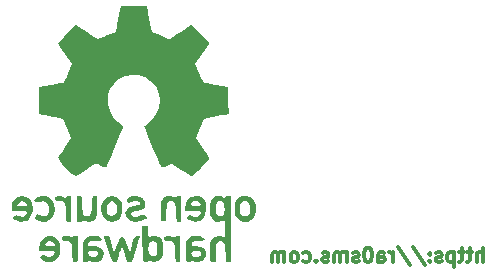
<source format=gbr>
%TF.GenerationSoftware,KiCad,Pcbnew,8.0.3*%
%TF.CreationDate,2024-08-26T20:28:07+08:00*%
%TF.ProjectId,bcd2civ,62636432-6369-4762-9e6b-696361645f70,rev?*%
%TF.SameCoordinates,Original*%
%TF.FileFunction,Legend,Bot*%
%TF.FilePolarity,Positive*%
%FSLAX46Y46*%
G04 Gerber Fmt 4.6, Leading zero omitted, Abs format (unit mm)*
G04 Created by KiCad (PCBNEW 8.0.3) date 2024-08-26 20:28:07*
%MOMM*%
%LPD*%
G01*
G04 APERTURE LIST*
%ADD10C,0.300000*%
%ADD11C,0.000000*%
G04 APERTURE END LIST*
D10*
X148516917Y-148337542D02*
X148516917Y-147137542D01*
X148002632Y-148337542D02*
X148002632Y-147708971D01*
X148002632Y-147708971D02*
X148059774Y-147594685D01*
X148059774Y-147594685D02*
X148174060Y-147537542D01*
X148174060Y-147537542D02*
X148345489Y-147537542D01*
X148345489Y-147537542D02*
X148459774Y-147594685D01*
X148459774Y-147594685D02*
X148516917Y-147651828D01*
X147602632Y-147537542D02*
X147145489Y-147537542D01*
X147431203Y-147137542D02*
X147431203Y-148166114D01*
X147431203Y-148166114D02*
X147374060Y-148280400D01*
X147374060Y-148280400D02*
X147259775Y-148337542D01*
X147259775Y-148337542D02*
X147145489Y-148337542D01*
X146916918Y-147537542D02*
X146459775Y-147537542D01*
X146745489Y-147137542D02*
X146745489Y-148166114D01*
X146745489Y-148166114D02*
X146688346Y-148280400D01*
X146688346Y-148280400D02*
X146574061Y-148337542D01*
X146574061Y-148337542D02*
X146459775Y-148337542D01*
X146059775Y-147537542D02*
X146059775Y-148737542D01*
X146059775Y-147594685D02*
X145945490Y-147537542D01*
X145945490Y-147537542D02*
X145716918Y-147537542D01*
X145716918Y-147537542D02*
X145602632Y-147594685D01*
X145602632Y-147594685D02*
X145545490Y-147651828D01*
X145545490Y-147651828D02*
X145488347Y-147766114D01*
X145488347Y-147766114D02*
X145488347Y-148108971D01*
X145488347Y-148108971D02*
X145545490Y-148223257D01*
X145545490Y-148223257D02*
X145602632Y-148280400D01*
X145602632Y-148280400D02*
X145716918Y-148337542D01*
X145716918Y-148337542D02*
X145945490Y-148337542D01*
X145945490Y-148337542D02*
X146059775Y-148280400D01*
X145031204Y-148280400D02*
X144916918Y-148337542D01*
X144916918Y-148337542D02*
X144688347Y-148337542D01*
X144688347Y-148337542D02*
X144574061Y-148280400D01*
X144574061Y-148280400D02*
X144516918Y-148166114D01*
X144516918Y-148166114D02*
X144516918Y-148108971D01*
X144516918Y-148108971D02*
X144574061Y-147994685D01*
X144574061Y-147994685D02*
X144688347Y-147937542D01*
X144688347Y-147937542D02*
X144859776Y-147937542D01*
X144859776Y-147937542D02*
X144974061Y-147880400D01*
X144974061Y-147880400D02*
X145031204Y-147766114D01*
X145031204Y-147766114D02*
X145031204Y-147708971D01*
X145031204Y-147708971D02*
X144974061Y-147594685D01*
X144974061Y-147594685D02*
X144859776Y-147537542D01*
X144859776Y-147537542D02*
X144688347Y-147537542D01*
X144688347Y-147537542D02*
X144574061Y-147594685D01*
X144002632Y-148223257D02*
X143945489Y-148280400D01*
X143945489Y-148280400D02*
X144002632Y-148337542D01*
X144002632Y-148337542D02*
X144059775Y-148280400D01*
X144059775Y-148280400D02*
X144002632Y-148223257D01*
X144002632Y-148223257D02*
X144002632Y-148337542D01*
X144002632Y-147594685D02*
X143945489Y-147651828D01*
X143945489Y-147651828D02*
X144002632Y-147708971D01*
X144002632Y-147708971D02*
X144059775Y-147651828D01*
X144059775Y-147651828D02*
X144002632Y-147594685D01*
X144002632Y-147594685D02*
X144002632Y-147708971D01*
X142574060Y-147080400D02*
X143602632Y-148623257D01*
X141316917Y-147080400D02*
X142345489Y-148623257D01*
X140916917Y-148337542D02*
X140916917Y-147537542D01*
X140916917Y-147766114D02*
X140859774Y-147651828D01*
X140859774Y-147651828D02*
X140802632Y-147594685D01*
X140802632Y-147594685D02*
X140688346Y-147537542D01*
X140688346Y-147537542D02*
X140574060Y-147537542D01*
X139659775Y-148337542D02*
X139659775Y-147708971D01*
X139659775Y-147708971D02*
X139716917Y-147594685D01*
X139716917Y-147594685D02*
X139831203Y-147537542D01*
X139831203Y-147537542D02*
X140059775Y-147537542D01*
X140059775Y-147537542D02*
X140174060Y-147594685D01*
X139659775Y-148280400D02*
X139774060Y-148337542D01*
X139774060Y-148337542D02*
X140059775Y-148337542D01*
X140059775Y-148337542D02*
X140174060Y-148280400D01*
X140174060Y-148280400D02*
X140231203Y-148166114D01*
X140231203Y-148166114D02*
X140231203Y-148051828D01*
X140231203Y-148051828D02*
X140174060Y-147937542D01*
X140174060Y-147937542D02*
X140059775Y-147880400D01*
X140059775Y-147880400D02*
X139774060Y-147880400D01*
X139774060Y-147880400D02*
X139659775Y-147823257D01*
X138859775Y-147137542D02*
X138745489Y-147137542D01*
X138745489Y-147137542D02*
X138631203Y-147194685D01*
X138631203Y-147194685D02*
X138574061Y-147251828D01*
X138574061Y-147251828D02*
X138516918Y-147366114D01*
X138516918Y-147366114D02*
X138459775Y-147594685D01*
X138459775Y-147594685D02*
X138459775Y-147880400D01*
X138459775Y-147880400D02*
X138516918Y-148108971D01*
X138516918Y-148108971D02*
X138574061Y-148223257D01*
X138574061Y-148223257D02*
X138631203Y-148280400D01*
X138631203Y-148280400D02*
X138745489Y-148337542D01*
X138745489Y-148337542D02*
X138859775Y-148337542D01*
X138859775Y-148337542D02*
X138974061Y-148280400D01*
X138974061Y-148280400D02*
X139031203Y-148223257D01*
X139031203Y-148223257D02*
X139088346Y-148108971D01*
X139088346Y-148108971D02*
X139145489Y-147880400D01*
X139145489Y-147880400D02*
X139145489Y-147594685D01*
X139145489Y-147594685D02*
X139088346Y-147366114D01*
X139088346Y-147366114D02*
X139031203Y-147251828D01*
X139031203Y-147251828D02*
X138974061Y-147194685D01*
X138974061Y-147194685D02*
X138859775Y-147137542D01*
X138002632Y-148280400D02*
X137888346Y-148337542D01*
X137888346Y-148337542D02*
X137659775Y-148337542D01*
X137659775Y-148337542D02*
X137545489Y-148280400D01*
X137545489Y-148280400D02*
X137488346Y-148166114D01*
X137488346Y-148166114D02*
X137488346Y-148108971D01*
X137488346Y-148108971D02*
X137545489Y-147994685D01*
X137545489Y-147994685D02*
X137659775Y-147937542D01*
X137659775Y-147937542D02*
X137831204Y-147937542D01*
X137831204Y-147937542D02*
X137945489Y-147880400D01*
X137945489Y-147880400D02*
X138002632Y-147766114D01*
X138002632Y-147766114D02*
X138002632Y-147708971D01*
X138002632Y-147708971D02*
X137945489Y-147594685D01*
X137945489Y-147594685D02*
X137831204Y-147537542D01*
X137831204Y-147537542D02*
X137659775Y-147537542D01*
X137659775Y-147537542D02*
X137545489Y-147594685D01*
X136974060Y-148337542D02*
X136974060Y-147537542D01*
X136974060Y-147651828D02*
X136916917Y-147594685D01*
X136916917Y-147594685D02*
X136802632Y-147537542D01*
X136802632Y-147537542D02*
X136631203Y-147537542D01*
X136631203Y-147537542D02*
X136516917Y-147594685D01*
X136516917Y-147594685D02*
X136459775Y-147708971D01*
X136459775Y-147708971D02*
X136459775Y-148337542D01*
X136459775Y-147708971D02*
X136402632Y-147594685D01*
X136402632Y-147594685D02*
X136288346Y-147537542D01*
X136288346Y-147537542D02*
X136116917Y-147537542D01*
X136116917Y-147537542D02*
X136002632Y-147594685D01*
X136002632Y-147594685D02*
X135945489Y-147708971D01*
X135945489Y-147708971D02*
X135945489Y-148337542D01*
X135431203Y-148280400D02*
X135316917Y-148337542D01*
X135316917Y-148337542D02*
X135088346Y-148337542D01*
X135088346Y-148337542D02*
X134974060Y-148280400D01*
X134974060Y-148280400D02*
X134916917Y-148166114D01*
X134916917Y-148166114D02*
X134916917Y-148108971D01*
X134916917Y-148108971D02*
X134974060Y-147994685D01*
X134974060Y-147994685D02*
X135088346Y-147937542D01*
X135088346Y-147937542D02*
X135259775Y-147937542D01*
X135259775Y-147937542D02*
X135374060Y-147880400D01*
X135374060Y-147880400D02*
X135431203Y-147766114D01*
X135431203Y-147766114D02*
X135431203Y-147708971D01*
X135431203Y-147708971D02*
X135374060Y-147594685D01*
X135374060Y-147594685D02*
X135259775Y-147537542D01*
X135259775Y-147537542D02*
X135088346Y-147537542D01*
X135088346Y-147537542D02*
X134974060Y-147594685D01*
X134402631Y-148223257D02*
X134345488Y-148280400D01*
X134345488Y-148280400D02*
X134402631Y-148337542D01*
X134402631Y-148337542D02*
X134459774Y-148280400D01*
X134459774Y-148280400D02*
X134402631Y-148223257D01*
X134402631Y-148223257D02*
X134402631Y-148337542D01*
X133316917Y-148280400D02*
X133431202Y-148337542D01*
X133431202Y-148337542D02*
X133659774Y-148337542D01*
X133659774Y-148337542D02*
X133774059Y-148280400D01*
X133774059Y-148280400D02*
X133831202Y-148223257D01*
X133831202Y-148223257D02*
X133888345Y-148108971D01*
X133888345Y-148108971D02*
X133888345Y-147766114D01*
X133888345Y-147766114D02*
X133831202Y-147651828D01*
X133831202Y-147651828D02*
X133774059Y-147594685D01*
X133774059Y-147594685D02*
X133659774Y-147537542D01*
X133659774Y-147537542D02*
X133431202Y-147537542D01*
X133431202Y-147537542D02*
X133316917Y-147594685D01*
X132631203Y-148337542D02*
X132745488Y-148280400D01*
X132745488Y-148280400D02*
X132802631Y-148223257D01*
X132802631Y-148223257D02*
X132859774Y-148108971D01*
X132859774Y-148108971D02*
X132859774Y-147766114D01*
X132859774Y-147766114D02*
X132802631Y-147651828D01*
X132802631Y-147651828D02*
X132745488Y-147594685D01*
X132745488Y-147594685D02*
X132631203Y-147537542D01*
X132631203Y-147537542D02*
X132459774Y-147537542D01*
X132459774Y-147537542D02*
X132345488Y-147594685D01*
X132345488Y-147594685D02*
X132288346Y-147651828D01*
X132288346Y-147651828D02*
X132231203Y-147766114D01*
X132231203Y-147766114D02*
X132231203Y-148108971D01*
X132231203Y-148108971D02*
X132288346Y-148223257D01*
X132288346Y-148223257D02*
X132345488Y-148280400D01*
X132345488Y-148280400D02*
X132459774Y-148337542D01*
X132459774Y-148337542D02*
X132631203Y-148337542D01*
X131716917Y-148337542D02*
X131716917Y-147537542D01*
X131716917Y-147651828D02*
X131659774Y-147594685D01*
X131659774Y-147594685D02*
X131545489Y-147537542D01*
X131545489Y-147537542D02*
X131374060Y-147537542D01*
X131374060Y-147537542D02*
X131259774Y-147594685D01*
X131259774Y-147594685D02*
X131202632Y-147708971D01*
X131202632Y-147708971D02*
X131202632Y-148337542D01*
X131202632Y-147708971D02*
X131145489Y-147594685D01*
X131145489Y-147594685D02*
X131031203Y-147537542D01*
X131031203Y-147537542D02*
X130859774Y-147537542D01*
X130859774Y-147537542D02*
X130745489Y-147594685D01*
X130745489Y-147594685D02*
X130688346Y-147708971D01*
X130688346Y-147708971D02*
X130688346Y-148337542D01*
D11*
%TO.C,G\u002A\u002A\u002A*%
G36*
X127155184Y-145543333D02*
G01*
X127155184Y-148337333D01*
X126942809Y-148337333D01*
X126860659Y-148334182D01*
X126786584Y-148302092D01*
X126747596Y-148205956D01*
X126732271Y-148010679D01*
X126729182Y-147681167D01*
X126712949Y-147283368D01*
X126644580Y-146905006D01*
X126519800Y-146672229D01*
X126335385Y-146575994D01*
X126209852Y-146571765D01*
X126053381Y-146640802D01*
X125951992Y-146820592D01*
X125897303Y-147129779D01*
X125880936Y-147587005D01*
X125880936Y-148348581D01*
X125647324Y-148321790D01*
X125413712Y-148295000D01*
X125413712Y-147433750D01*
X125413713Y-147422621D01*
X125417024Y-147029442D01*
X125431775Y-146765322D01*
X125465465Y-146590955D01*
X125525593Y-146467033D01*
X125619657Y-146354250D01*
X125795965Y-146226537D01*
X126068779Y-146140309D01*
X126340084Y-146141205D01*
X126543545Y-146237600D01*
X126569582Y-146262638D01*
X126620205Y-146292880D01*
X126652210Y-146254989D01*
X126670252Y-146123667D01*
X126678988Y-145873612D01*
X126683076Y-145479524D01*
X126683459Y-145410186D01*
X126679637Y-145091108D01*
X126661484Y-144907912D01*
X126623588Y-144832139D01*
X126560535Y-144835332D01*
X126396897Y-144892528D01*
X126046048Y-144927407D01*
X125756687Y-144833526D01*
X125585755Y-144647889D01*
X125456088Y-144335240D01*
X125393401Y-143959105D01*
X125393937Y-143930925D01*
X125885408Y-143930925D01*
X125915625Y-144184557D01*
X125982876Y-144341067D01*
X126036576Y-144378148D01*
X126228878Y-144432719D01*
X126442866Y-144437639D01*
X126588851Y-144386222D01*
X126608225Y-144352483D01*
X126639069Y-144175927D01*
X126645512Y-143918205D01*
X126630065Y-143640939D01*
X126595239Y-143405752D01*
X126543545Y-143274267D01*
X126532222Y-143263567D01*
X126336501Y-143179128D01*
X126122087Y-143206298D01*
X125968875Y-143336434D01*
X125939883Y-143405683D01*
X125893176Y-143648518D01*
X125885408Y-143930925D01*
X125393937Y-143930925D01*
X125400817Y-143569294D01*
X125481459Y-143215616D01*
X125638451Y-142947883D01*
X125687680Y-142903886D01*
X125901934Y-142796330D01*
X126154405Y-142745013D01*
X126382251Y-142757506D01*
X126522635Y-142841377D01*
X126569522Y-142887632D01*
X126672063Y-142841377D01*
X126764974Y-142786861D01*
X126959799Y-142749333D01*
X127155184Y-142749333D01*
X127155184Y-143918205D01*
X127155184Y-145543333D01*
G37*
G36*
X125080607Y-147849486D02*
G01*
X124907874Y-148129515D01*
X124697202Y-148263947D01*
X124416822Y-148336275D01*
X124143395Y-148329338D01*
X123944080Y-148235733D01*
X123866926Y-148177772D01*
X123842140Y-148241357D01*
X123790648Y-148308932D01*
X123608528Y-148321790D01*
X123508152Y-148306158D01*
X123430526Y-148262167D01*
X123386848Y-148156700D01*
X123363841Y-147953840D01*
X123348226Y-147617667D01*
X123348263Y-147608608D01*
X123842140Y-147608608D01*
X123872030Y-147747078D01*
X123976513Y-147862608D01*
X124056421Y-147888199D01*
X124315355Y-147908359D01*
X124529919Y-147842898D01*
X124658962Y-147711557D01*
X124661334Y-147534078D01*
X124649981Y-147511876D01*
X124511450Y-147431654D01*
X124227081Y-147406000D01*
X124131710Y-147406702D01*
X123940750Y-147424330D01*
X123859271Y-147483714D01*
X123842140Y-147608608D01*
X123348263Y-147608608D01*
X123350449Y-147076536D01*
X123410087Y-146666554D01*
X123531383Y-146390394D01*
X123717930Y-146234612D01*
X123922074Y-146171175D01*
X124263517Y-146139750D01*
X124598012Y-146174477D01*
X124849795Y-146272798D01*
X124873665Y-146290112D01*
X124980852Y-146419348D01*
X124927842Y-146517494D01*
X124721528Y-146579838D01*
X124368802Y-146601667D01*
X124158915Y-146604590D01*
X123976098Y-146626521D01*
X123889911Y-146683722D01*
X123857469Y-146792167D01*
X123854923Y-146901400D01*
X123925759Y-146967716D01*
X124120880Y-146982667D01*
X124242643Y-146987381D01*
X124586302Y-147049726D01*
X124867619Y-147168824D01*
X125033231Y-147324673D01*
X125104236Y-147531662D01*
X125104056Y-147534078D01*
X125080607Y-147849486D01*
G37*
G36*
X122907692Y-147236667D02*
G01*
X122907692Y-148337333D01*
X122695317Y-148337333D01*
X122598604Y-148332007D01*
X122532561Y-148293234D01*
X122498133Y-148187040D01*
X122485025Y-147979454D01*
X122482943Y-147636505D01*
X122477041Y-147359883D01*
X122432106Y-146965223D01*
X122337385Y-146714300D01*
X122186235Y-146593500D01*
X121972016Y-146589211D01*
X121874030Y-146596349D01*
X121685802Y-146548668D01*
X121543415Y-146446513D01*
X121485797Y-146324387D01*
X121551873Y-146216794D01*
X121552727Y-146216258D01*
X121780454Y-146147836D01*
X122067182Y-146150579D01*
X122318628Y-146223645D01*
X122430941Y-146268045D01*
X122482943Y-146223645D01*
X122535687Y-146165994D01*
X122695317Y-146136000D01*
X122907692Y-146136000D01*
X122907692Y-147236667D01*
G37*
G36*
X121457508Y-147571841D02*
G01*
X121426012Y-147783708D01*
X121351193Y-147937033D01*
X121215230Y-148089846D01*
X120991995Y-148256997D01*
X120675882Y-148336057D01*
X120353612Y-148249688D01*
X120236384Y-148204725D01*
X120189297Y-148255311D01*
X120125209Y-148312357D01*
X119955685Y-148321790D01*
X119722073Y-148295000D01*
X119706069Y-147258152D01*
X120206448Y-147258152D01*
X120231475Y-147461633D01*
X120337667Y-147730624D01*
X120516655Y-147853358D01*
X120762709Y-147824008D01*
X120777463Y-147818026D01*
X120916555Y-147698512D01*
X120963249Y-147472228D01*
X120957731Y-147047929D01*
X120901810Y-146764200D01*
X120788183Y-146607478D01*
X120609713Y-146559333D01*
X120562023Y-146561646D01*
X120349510Y-146658063D01*
X120229916Y-146892084D01*
X120206448Y-147258152D01*
X119706069Y-147258152D01*
X119698876Y-146792167D01*
X119675678Y-145289333D01*
X119932488Y-145289333D01*
X120189297Y-145289333D01*
X120189297Y-145800312D01*
X120189297Y-145801871D01*
X120193346Y-146080738D01*
X120213770Y-146222576D01*
X120263036Y-146259505D01*
X120353612Y-146223645D01*
X120467321Y-146178212D01*
X120779037Y-146138233D01*
X121077465Y-146188593D01*
X121165519Y-146239814D01*
X121326011Y-146462744D01*
X121427892Y-146817094D01*
X121463545Y-147281308D01*
X121459578Y-147472228D01*
X121457508Y-147571841D01*
G37*
G36*
X119338796Y-146137407D02*
G01*
X119472996Y-146171687D01*
X119477916Y-146265761D01*
X119435897Y-146387978D01*
X119354104Y-146637680D01*
X119245187Y-146976169D01*
X119121147Y-147366428D01*
X119073509Y-147516370D01*
X118952147Y-147882681D01*
X118859676Y-148121396D01*
X118782346Y-148259052D01*
X118706410Y-148322186D01*
X118618119Y-148337333D01*
X118611498Y-148337290D01*
X118505766Y-148314361D01*
X118422233Y-148226621D01*
X118340365Y-148040768D01*
X118239626Y-147723500D01*
X118228148Y-147684913D01*
X118134168Y-147373752D01*
X118055963Y-147122577D01*
X118009466Y-146982667D01*
X117990542Y-146974588D01*
X117929704Y-147072240D01*
X117844535Y-147289057D01*
X117747228Y-147596500D01*
X117682541Y-147815614D01*
X117591336Y-148089822D01*
X117514582Y-148247753D01*
X117435292Y-148320044D01*
X117336478Y-148337333D01*
X117285632Y-148333135D01*
X117207755Y-148295161D01*
X117132829Y-148196475D01*
X117047859Y-148011722D01*
X116939845Y-147715550D01*
X116795792Y-147282605D01*
X116770646Y-147205447D01*
X116645797Y-146818477D01*
X116544424Y-146497907D01*
X116476376Y-146275231D01*
X116451505Y-146181939D01*
X116517420Y-146150241D01*
X116688735Y-146136000D01*
X116751927Y-146137906D01*
X116875668Y-146175746D01*
X116957033Y-146294964D01*
X117032434Y-146538167D01*
X117058363Y-146635678D01*
X117150325Y-146977048D01*
X117233127Y-147279000D01*
X117327351Y-147617667D01*
X117551233Y-146898000D01*
X117668040Y-146545235D01*
X117765125Y-146317763D01*
X117855158Y-146196690D01*
X117954139Y-146152410D01*
X118002598Y-146149795D01*
X118086019Y-146184605D01*
X118165457Y-146296584D01*
X118257946Y-146514239D01*
X118380517Y-146866080D01*
X118627872Y-147605672D01*
X118826010Y-146870836D01*
X118829930Y-146856302D01*
X118925463Y-146512800D01*
X118998503Y-146300591D01*
X119068385Y-146188103D01*
X119154443Y-146143764D01*
X119276012Y-146136000D01*
X119338796Y-146137407D01*
G37*
G36*
X116375643Y-147892132D02*
G01*
X116248429Y-148096177D01*
X116084421Y-148236687D01*
X115869661Y-148305900D01*
X115539031Y-148324115D01*
X115256622Y-148249688D01*
X115144309Y-148205288D01*
X115092307Y-148249688D01*
X115039564Y-148307339D01*
X114879933Y-148337333D01*
X114667558Y-148337333D01*
X114667558Y-147556887D01*
X115102854Y-147556887D01*
X115180246Y-147750233D01*
X115252363Y-147832082D01*
X115455325Y-147907687D01*
X115693390Y-147890580D01*
X115896195Y-147778030D01*
X115974322Y-147658159D01*
X115939249Y-147527377D01*
X115763798Y-147438671D01*
X115464180Y-147406000D01*
X115328719Y-147409641D01*
X115146053Y-147450984D01*
X115102854Y-147556887D01*
X114667558Y-147556887D01*
X114667558Y-147444485D01*
X114667630Y-147350235D01*
X114671798Y-146976819D01*
X114687568Y-146727256D01*
X114722098Y-146563760D01*
X114782546Y-146448543D01*
X114876071Y-146343818D01*
X115036005Y-146217530D01*
X115235284Y-146153771D01*
X115534433Y-146138693D01*
X115564500Y-146139054D01*
X115902791Y-146173571D01*
X116135979Y-146255180D01*
X116242585Y-146371869D01*
X116201132Y-146511623D01*
X116158846Y-146551610D01*
X115997073Y-146603462D01*
X115722487Y-146587590D01*
X115691043Y-146583607D01*
X115371581Y-146589178D01*
X115165418Y-146686229D01*
X115092307Y-146866033D01*
X115096246Y-146890605D01*
X115199529Y-146960769D01*
X115453344Y-146983915D01*
X115753680Y-147013130D01*
X116091577Y-147136180D01*
X116321399Y-147337019D01*
X116422852Y-147595663D01*
X116412900Y-147658159D01*
X116375643Y-147892132D01*
G37*
G36*
X114242809Y-147180222D02*
G01*
X114242794Y-147203326D01*
X114237681Y-147605816D01*
X114224678Y-147943363D01*
X114205683Y-148181175D01*
X114182592Y-148284460D01*
X114117780Y-148314074D01*
X113948980Y-148319738D01*
X113882728Y-148302513D01*
X113823600Y-148244273D01*
X113787332Y-148115177D01*
X113765874Y-147882401D01*
X113751177Y-147513121D01*
X113744923Y-147335163D01*
X113725580Y-147018278D01*
X113693709Y-146820755D01*
X113641661Y-146707455D01*
X113561783Y-146643238D01*
X113430258Y-146601120D01*
X113203917Y-146602890D01*
X113049384Y-146605345D01*
X112901971Y-146474495D01*
X112844226Y-146344028D01*
X112843272Y-146217223D01*
X112871515Y-146190982D01*
X113033360Y-146146206D01*
X113261879Y-146140290D01*
X113485131Y-146171375D01*
X113631170Y-146237600D01*
X113708036Y-146296504D01*
X113733110Y-146237600D01*
X113733112Y-146237179D01*
X113807785Y-146165497D01*
X113987960Y-146136000D01*
X114242809Y-146136000D01*
X114242809Y-147180222D01*
G37*
G36*
X112749911Y-147281165D02*
G01*
X112681577Y-147672868D01*
X112526371Y-147998002D01*
X112298473Y-148210364D01*
X112263541Y-148228298D01*
X111907328Y-148325776D01*
X111541077Y-148300741D01*
X111231808Y-148156572D01*
X111100947Y-148043564D01*
X111058528Y-147948881D01*
X111126072Y-147851396D01*
X111204950Y-147789835D01*
X111335619Y-147772872D01*
X111550384Y-147834913D01*
X111724320Y-147888446D01*
X111894170Y-147888567D01*
X112069414Y-147799471D01*
X112223652Y-147662477D01*
X112288963Y-147531048D01*
X112266657Y-147476054D01*
X112164104Y-147433575D01*
X111950997Y-147412003D01*
X111597818Y-147406000D01*
X110906672Y-147406000D01*
X110959939Y-147003833D01*
X110990450Y-146872600D01*
X111439465Y-146872600D01*
X111450525Y-146906831D01*
X111580049Y-146964199D01*
X111864214Y-146982667D01*
X112121336Y-146977599D01*
X112252279Y-146947362D01*
X112269298Y-146869884D01*
X112201024Y-146723100D01*
X112097839Y-146615542D01*
X111898507Y-146558702D01*
X111682909Y-146590338D01*
X111510182Y-146698840D01*
X111439465Y-146872600D01*
X110990450Y-146872600D01*
X111014328Y-146769895D01*
X111189896Y-146453666D01*
X111442072Y-146242356D01*
X111738347Y-146138708D01*
X112046210Y-146145470D01*
X112333150Y-146265386D01*
X112566658Y-146501203D01*
X112714224Y-146855667D01*
X112717194Y-146869095D01*
X112717257Y-146869884D01*
X112749911Y-147281165D01*
G37*
G36*
X129278929Y-143809620D02*
G01*
X129278885Y-143851708D01*
X129270338Y-144148648D01*
X129232867Y-144342906D01*
X129146209Y-144494338D01*
X128990100Y-144662800D01*
X128856293Y-144785519D01*
X128636102Y-144915153D01*
X128386956Y-144950667D01*
X128243151Y-144940888D01*
X128018791Y-144858347D01*
X127783812Y-144662800D01*
X127678136Y-144552749D01*
X127558280Y-144382758D01*
X127506281Y-144188054D01*
X127496223Y-143928572D01*
X127944399Y-143928572D01*
X127995713Y-144209833D01*
X128046964Y-144318348D01*
X128167548Y-144418263D01*
X128386956Y-144442667D01*
X128516886Y-144436816D01*
X128678176Y-144377832D01*
X128771333Y-144225488D01*
X128827351Y-144033114D01*
X128839182Y-143666185D01*
X128721939Y-143360839D01*
X128700393Y-143332827D01*
X128505499Y-143200967D01*
X128281122Y-143184882D01*
X128095923Y-143292112D01*
X128055284Y-143352128D01*
X127967286Y-143614926D01*
X127944399Y-143928572D01*
X127496223Y-143928572D01*
X127494983Y-143896595D01*
X127496364Y-143814142D01*
X127557449Y-143377636D01*
X127700807Y-143042158D01*
X127915027Y-142836510D01*
X127948820Y-142821347D01*
X128164459Y-142770045D01*
X128430381Y-142749333D01*
X128542466Y-142753030D01*
X128800345Y-142818437D01*
X129030615Y-142996820D01*
X129158743Y-143138848D01*
X129237245Y-143289350D01*
X129271441Y-143493741D01*
X129275529Y-143666185D01*
X129278929Y-143809620D01*
G37*
G36*
X125084098Y-143457796D02*
G01*
X125099185Y-143945069D01*
X125097586Y-143965991D01*
X125015383Y-144390774D01*
X124841204Y-144686070D01*
X124564214Y-144870626D01*
X124500576Y-144894126D01*
X124128010Y-144937338D01*
X123711987Y-144827987D01*
X123656300Y-144803960D01*
X123466263Y-144689617D01*
X123433019Y-144575738D01*
X123547331Y-144440586D01*
X123551239Y-144437386D01*
X123697008Y-144376133D01*
X123891128Y-144430219D01*
X124119326Y-144510849D01*
X124328089Y-144497814D01*
X124521739Y-144358000D01*
X124628465Y-144240028D01*
X124675476Y-144128429D01*
X124598473Y-144061134D01*
X124382359Y-144028112D01*
X124012040Y-144019333D01*
X123332441Y-144019333D01*
X123332441Y-143717434D01*
X123365300Y-143485933D01*
X123842140Y-143485933D01*
X123853201Y-143520165D01*
X123982724Y-143577533D01*
X124266889Y-143596000D01*
X124496611Y-143587484D01*
X124655850Y-143545079D01*
X124665609Y-143457159D01*
X124536287Y-143312789D01*
X124519020Y-143297895D01*
X124301380Y-143193172D01*
X124081134Y-143198306D01*
X123910610Y-143300244D01*
X123842140Y-143485933D01*
X123365300Y-143485933D01*
X123382996Y-143361258D01*
X123557341Y-143037265D01*
X123838644Y-142827249D01*
X124208762Y-142751216D01*
X124370589Y-142759108D01*
X124720649Y-142865954D01*
X124958202Y-143098470D01*
X125083875Y-143457159D01*
X125084098Y-143457796D01*
G37*
G36*
X122403578Y-142836979D02*
G01*
X122515891Y-142881379D01*
X122567893Y-142836979D01*
X122620637Y-142779328D01*
X122780267Y-142749333D01*
X122992642Y-142749333D01*
X122992642Y-143850000D01*
X122992642Y-144950667D01*
X122780267Y-144950667D01*
X122683553Y-144945340D01*
X122617511Y-144906568D01*
X122583082Y-144800373D01*
X122569974Y-144592787D01*
X122567893Y-144249839D01*
X122547824Y-143805999D01*
X122474996Y-143448978D01*
X122346447Y-143240593D01*
X122159564Y-143173963D01*
X122005649Y-143191467D01*
X121880749Y-143267245D01*
X121799845Y-143429075D01*
X121750029Y-143704691D01*
X121718394Y-144121824D01*
X121714211Y-144198858D01*
X121692834Y-144539605D01*
X121667448Y-144748925D01*
X121627684Y-144858819D01*
X121563173Y-144901288D01*
X121463545Y-144908333D01*
X121251170Y-144908333D01*
X121251170Y-144047287D01*
X121251171Y-144036780D01*
X121254476Y-143643438D01*
X121269221Y-143379191D01*
X121302908Y-143204716D01*
X121363039Y-143080689D01*
X121457115Y-142967787D01*
X121472507Y-142952058D01*
X121747883Y-142788454D01*
X122080091Y-142747074D01*
X122403578Y-142836979D01*
G37*
G36*
X119493240Y-142801822D02*
G01*
X119737836Y-142933425D01*
X119780089Y-142978919D01*
X119902624Y-143222059D01*
X119936783Y-143499456D01*
X119869435Y-143731492D01*
X119743641Y-143849645D01*
X119493717Y-143970560D01*
X119224907Y-144019333D01*
X119044694Y-144030750D01*
X118820422Y-144112927D01*
X118745150Y-144273333D01*
X118813145Y-144435533D01*
X118994364Y-144514751D01*
X119251360Y-144503725D01*
X119546682Y-144396691D01*
X119713515Y-144321183D01*
X119834668Y-144327365D01*
X119966103Y-144436586D01*
X120136165Y-144606081D01*
X119759219Y-144781180D01*
X119473603Y-144883698D01*
X119064677Y-144929443D01*
X118703852Y-144853009D01*
X118429391Y-144657941D01*
X118279609Y-144423930D01*
X118237711Y-144147185D01*
X118347356Y-143905626D01*
X118598353Y-143718709D01*
X118980510Y-143605888D01*
X119275203Y-143552877D01*
X119444851Y-143495515D01*
X119503366Y-143418309D01*
X119480385Y-143303318D01*
X119404293Y-143226933D01*
X119208168Y-143177175D01*
X118961011Y-143189913D01*
X118725053Y-143268053D01*
X118697115Y-143282404D01*
X118549579Y-143312342D01*
X118429421Y-143204553D01*
X118380829Y-143130258D01*
X118373707Y-143021077D01*
X118495820Y-142897500D01*
X118546130Y-142862334D01*
X118826588Y-142764229D01*
X119165891Y-142744741D01*
X119493240Y-142801822D01*
G37*
G36*
X117963239Y-144211264D02*
G01*
X117900714Y-144486524D01*
X117776720Y-144676908D01*
X117574954Y-144823273D01*
X117441018Y-144878787D01*
X117116416Y-144919156D01*
X116786405Y-144868094D01*
X116529128Y-144732391D01*
X116499449Y-144703823D01*
X116317241Y-144411214D01*
X116226556Y-144036903D01*
X116226995Y-143914230D01*
X116706872Y-143914230D01*
X116734275Y-144173877D01*
X116808294Y-144341067D01*
X116879585Y-144392577D01*
X117095390Y-144442559D01*
X117317987Y-144402170D01*
X117467914Y-144278899D01*
X117539565Y-144100239D01*
X117570645Y-143814449D01*
X117517377Y-143550855D01*
X117398713Y-143338820D01*
X117233602Y-143207709D01*
X117040997Y-143186886D01*
X116839847Y-143305714D01*
X116783408Y-143396605D01*
X116723958Y-143631887D01*
X116706872Y-143914230D01*
X116226995Y-143914230D01*
X116227993Y-143635363D01*
X116322155Y-143261064D01*
X116509644Y-142968479D01*
X116743819Y-142808004D01*
X117081905Y-142734623D01*
X117427871Y-142797943D01*
X117732287Y-142996820D01*
X117858922Y-143136891D01*
X117938355Y-143287575D01*
X117972998Y-143491554D01*
X117980602Y-143806720D01*
X117980601Y-143810272D01*
X117980420Y-143814449D01*
X117963239Y-144211264D01*
G37*
G36*
X114461508Y-142753716D02*
G01*
X114530541Y-142789781D01*
X114566601Y-142891949D01*
X114580390Y-143094630D01*
X114582608Y-143432233D01*
X114588631Y-143754624D01*
X114623290Y-144092150D01*
X114697810Y-144303107D01*
X114822422Y-144411833D01*
X115007358Y-144442667D01*
X115142879Y-144428339D01*
X115284763Y-144345889D01*
X115373441Y-144168613D01*
X115419145Y-143872174D01*
X115432107Y-143432233D01*
X115433470Y-143138738D01*
X115444686Y-142916760D01*
X115476459Y-142800805D01*
X115539490Y-142756466D01*
X115644481Y-142749333D01*
X115856856Y-142749333D01*
X115854154Y-143617167D01*
X115853887Y-143677893D01*
X115843516Y-144103262D01*
X115811080Y-144398353D01*
X115745899Y-144597810D01*
X115637293Y-144736279D01*
X115474582Y-144848405D01*
X115444996Y-144864578D01*
X115133121Y-144943425D01*
X114814696Y-144853859D01*
X114667167Y-144799394D01*
X114600827Y-144853859D01*
X114533098Y-144915410D01*
X114363155Y-144950667D01*
X114157859Y-144950667D01*
X114157859Y-143850000D01*
X114157859Y-142749333D01*
X114370234Y-142749333D01*
X114461508Y-142753716D01*
G37*
G36*
X113648160Y-143850000D02*
G01*
X113648160Y-144950667D01*
X113435786Y-144950667D01*
X113419721Y-144950641D01*
X113324541Y-144941832D01*
X113266510Y-144894549D01*
X113236439Y-144776079D01*
X113225136Y-144553705D01*
X113223411Y-144194714D01*
X113211787Y-143788300D01*
X113164241Y-143465772D01*
X113070359Y-143273912D01*
X112919926Y-143193293D01*
X112702727Y-143204490D01*
X112694445Y-143206105D01*
X112485420Y-143201513D01*
X112335667Y-143068325D01*
X112318626Y-143043535D01*
X112255145Y-142902448D01*
X112311509Y-142818320D01*
X112330547Y-142807519D01*
X112550296Y-142756379D01*
X112823801Y-142766964D01*
X113059096Y-142836979D01*
X113171410Y-142881379D01*
X113223411Y-142836979D01*
X113276155Y-142779328D01*
X113435786Y-142749333D01*
X113648160Y-142749333D01*
X113648160Y-143850000D01*
G37*
G36*
X111551138Y-142767271D02*
G01*
X111854285Y-142887398D01*
X111882749Y-142908713D01*
X112087973Y-143156572D01*
X112233603Y-143494995D01*
X112288963Y-143855652D01*
X112282154Y-143968265D01*
X112189375Y-144314297D01*
X112013991Y-144620864D01*
X111789333Y-144823405D01*
X111550927Y-144914916D01*
X111158716Y-144925233D01*
X110768588Y-144774675D01*
X110479986Y-144599317D01*
X110661457Y-144418451D01*
X110711871Y-144370503D01*
X110842832Y-144292882D01*
X110945812Y-144340126D01*
X111031558Y-144393080D01*
X111257214Y-144437946D01*
X111501978Y-144420646D01*
X111677324Y-144341067D01*
X111703522Y-144302203D01*
X111757698Y-144114573D01*
X111779264Y-143860900D01*
X111776430Y-143769884D01*
X111701408Y-143441558D01*
X111537127Y-143238305D01*
X111300674Y-143173449D01*
X111009131Y-143260312D01*
X110881263Y-143302432D01*
X110658695Y-143248681D01*
X110472574Y-143149404D01*
X110705907Y-142949369D01*
X110859272Y-142850666D01*
X111195001Y-142756347D01*
X111551138Y-142767271D01*
G37*
G36*
X110413722Y-143637576D02*
G01*
X110401477Y-144025255D01*
X110300851Y-144389777D01*
X110125379Y-144684694D01*
X109888593Y-144863559D01*
X109782604Y-144899546D01*
X109368575Y-144935921D01*
X108971701Y-144821492D01*
X108957641Y-144814188D01*
X108769572Y-144688747D01*
X108736299Y-144574559D01*
X108848418Y-144442730D01*
X108890938Y-144411891D01*
X109027855Y-144381381D01*
X109234520Y-144444215D01*
X109293181Y-144465650D01*
X109574938Y-144492622D01*
X109803325Y-144397322D01*
X109933101Y-144195835D01*
X109945643Y-144135364D01*
X109928444Y-144070985D01*
X109837837Y-144036239D01*
X109641664Y-144022047D01*
X109307766Y-144019333D01*
X108636120Y-144019333D01*
X108636120Y-143631820D01*
X108641728Y-143523562D01*
X109098829Y-143523562D01*
X109122451Y-143574450D01*
X109255452Y-143593273D01*
X109528093Y-143596000D01*
X109577123Y-143595991D01*
X109827787Y-143591930D01*
X109943169Y-143569472D01*
X109953530Y-143512651D01*
X109889130Y-143405500D01*
X109778335Y-143291864D01*
X109528093Y-143215000D01*
X109369412Y-143243552D01*
X109167057Y-143405500D01*
X109154327Y-143424644D01*
X109098829Y-143523562D01*
X108641728Y-143523562D01*
X108646813Y-143425413D01*
X108717575Y-143202162D01*
X108884435Y-142996820D01*
X109179323Y-142799902D01*
X109520217Y-142735352D01*
X109854843Y-142805380D01*
X110141959Y-143001021D01*
X110340321Y-143313309D01*
X110385444Y-143512651D01*
X110413722Y-143637576D01*
G37*
G36*
X120272074Y-127783986D02*
G01*
X120482275Y-128862971D01*
X121193776Y-129159819D01*
X121348517Y-129223608D01*
X121650001Y-129343089D01*
X121875211Y-129425773D01*
X121984221Y-129456667D01*
X121988884Y-129456001D01*
X122099587Y-129400193D01*
X122316742Y-129267614D01*
X122611180Y-129076645D01*
X122953732Y-128845670D01*
X123844302Y-128234674D01*
X124607769Y-128992072D01*
X124643080Y-129027178D01*
X124927160Y-129315504D01*
X125158541Y-129560522D01*
X125314231Y-129737272D01*
X125371237Y-129820798D01*
X125371047Y-129822877D01*
X125319857Y-129923940D01*
X125190877Y-130132484D01*
X125002804Y-130419247D01*
X124774334Y-130754970D01*
X124177430Y-131617814D01*
X124486666Y-132336407D01*
X124557565Y-132499264D01*
X124692232Y-132797844D01*
X124797791Y-133017767D01*
X124855978Y-133120267D01*
X124856423Y-133120729D01*
X124961519Y-133161276D01*
X125198570Y-133222785D01*
X125532800Y-133296984D01*
X125929432Y-133375601D01*
X126942809Y-133565668D01*
X126966482Y-134681875D01*
X126990155Y-135798083D01*
X126669158Y-135855065D01*
X126623971Y-135863185D01*
X126356885Y-135912807D01*
X126002925Y-135980163D01*
X125626087Y-136053103D01*
X124904013Y-136194159D01*
X124569728Y-137014300D01*
X124235444Y-137834441D01*
X124760645Y-138591056D01*
X124930922Y-138839673D01*
X125127223Y-139135594D01*
X125271374Y-139364055D01*
X125340490Y-139489596D01*
X125330674Y-139584794D01*
X125226921Y-139752781D01*
X125015112Y-140000988D01*
X124684225Y-140343761D01*
X124405908Y-140613474D01*
X124150458Y-140843322D01*
X123956371Y-140998830D01*
X123851698Y-141056000D01*
X123776526Y-141030569D01*
X123579394Y-140925519D01*
X123304260Y-140757862D01*
X122985901Y-140548000D01*
X122746600Y-140387968D01*
X122463458Y-140208145D01*
X122252303Y-140085409D01*
X122146573Y-140040000D01*
X122106313Y-140046996D01*
X121933932Y-140109653D01*
X121704903Y-140216193D01*
X121598099Y-140265623D01*
X121398720Y-140328992D01*
X121287810Y-140322026D01*
X121287447Y-140321658D01*
X121227312Y-140215902D01*
X121118773Y-139983598D01*
X120973376Y-139652961D01*
X120802665Y-139252205D01*
X120618184Y-138809543D01*
X120431477Y-138353190D01*
X120254090Y-137911360D01*
X120097565Y-137512267D01*
X119973448Y-137184125D01*
X119893283Y-136955149D01*
X119868614Y-136853551D01*
X119911135Y-136789681D01*
X120059984Y-136643954D01*
X120274247Y-136469540D01*
X120466122Y-136308132D01*
X120843309Y-135843676D01*
X121076836Y-135301796D01*
X121154966Y-134706000D01*
X121153095Y-134604037D01*
X121087290Y-134087054D01*
X120911660Y-133647521D01*
X120604054Y-133225926D01*
X120363254Y-132994275D01*
X119884700Y-132701641D01*
X119351227Y-132541504D01*
X118794976Y-132513864D01*
X118248092Y-132618721D01*
X117742717Y-132856075D01*
X117310995Y-133225926D01*
X117247200Y-133300379D01*
X116964079Y-133720820D01*
X116809090Y-134169523D01*
X116760084Y-134706000D01*
X116772368Y-134953398D01*
X116915137Y-135530094D01*
X117208528Y-136043311D01*
X117640802Y-136469540D01*
X117797863Y-136594613D01*
X117970053Y-136752811D01*
X118046436Y-136853551D01*
X118046511Y-136853887D01*
X118021142Y-136957102D01*
X117940408Y-137187372D01*
X117815855Y-137516486D01*
X117659027Y-137916227D01*
X117481467Y-138358383D01*
X117294721Y-138814738D01*
X117110332Y-139257080D01*
X116939845Y-139657194D01*
X116794804Y-139986865D01*
X116686754Y-140217881D01*
X116627239Y-140322026D01*
X116590245Y-140334969D01*
X116430818Y-140307295D01*
X116210147Y-140216193D01*
X116109858Y-140167121D01*
X115897009Y-140076100D01*
X115768477Y-140040000D01*
X115700445Y-140065980D01*
X115512565Y-140171241D01*
X115244320Y-140338660D01*
X114929149Y-140548000D01*
X114691042Y-140706383D01*
X114401286Y-140887011D01*
X114180464Y-141010352D01*
X114063351Y-141056000D01*
X113964058Y-141002662D01*
X113772648Y-140850214D01*
X113518886Y-140622581D01*
X113230825Y-140343761D01*
X112924837Y-140027924D01*
X112702697Y-139771742D01*
X112589611Y-139597081D01*
X112574560Y-139489596D01*
X112619498Y-139404710D01*
X112747815Y-139197597D01*
X112933745Y-138914558D01*
X113154405Y-138591056D01*
X113679606Y-137834441D01*
X113345321Y-137014300D01*
X113011037Y-136194159D01*
X112288963Y-136053103D01*
X112197287Y-136035238D01*
X111820148Y-135962547D01*
X111481684Y-135898439D01*
X111245892Y-135855065D01*
X110924894Y-135798083D01*
X110948567Y-134681889D01*
X110972241Y-133565695D01*
X111989998Y-133371249D01*
X112002212Y-133368912D01*
X112397710Y-133289220D01*
X112729389Y-133215022D01*
X112962789Y-133154518D01*
X113063452Y-133115902D01*
X113083983Y-133083640D01*
X113165895Y-132920528D01*
X113286697Y-132658632D01*
X113428384Y-132336407D01*
X113737619Y-131617814D01*
X113140716Y-130754970D01*
X113125614Y-130733117D01*
X112899120Y-130399595D01*
X112714191Y-130116862D01*
X112589523Y-129914176D01*
X112543812Y-129820798D01*
X112544625Y-129816693D01*
X112614256Y-129721075D01*
X112779904Y-129535127D01*
X113018576Y-129283806D01*
X113307280Y-128992072D01*
X114070748Y-128234674D01*
X114961317Y-128845670D01*
X115003069Y-128874256D01*
X115341485Y-129101487D01*
X115628362Y-129286554D01*
X115834533Y-129411075D01*
X115930829Y-129456667D01*
X115964444Y-129449720D01*
X116132364Y-129392918D01*
X116397950Y-129291286D01*
X116721273Y-129159819D01*
X117432775Y-128862971D01*
X117642976Y-127783986D01*
X117853177Y-126705000D01*
X118957525Y-126705000D01*
X120061873Y-126705000D01*
X120272074Y-127783986D01*
G37*
%TD*%
M02*

</source>
